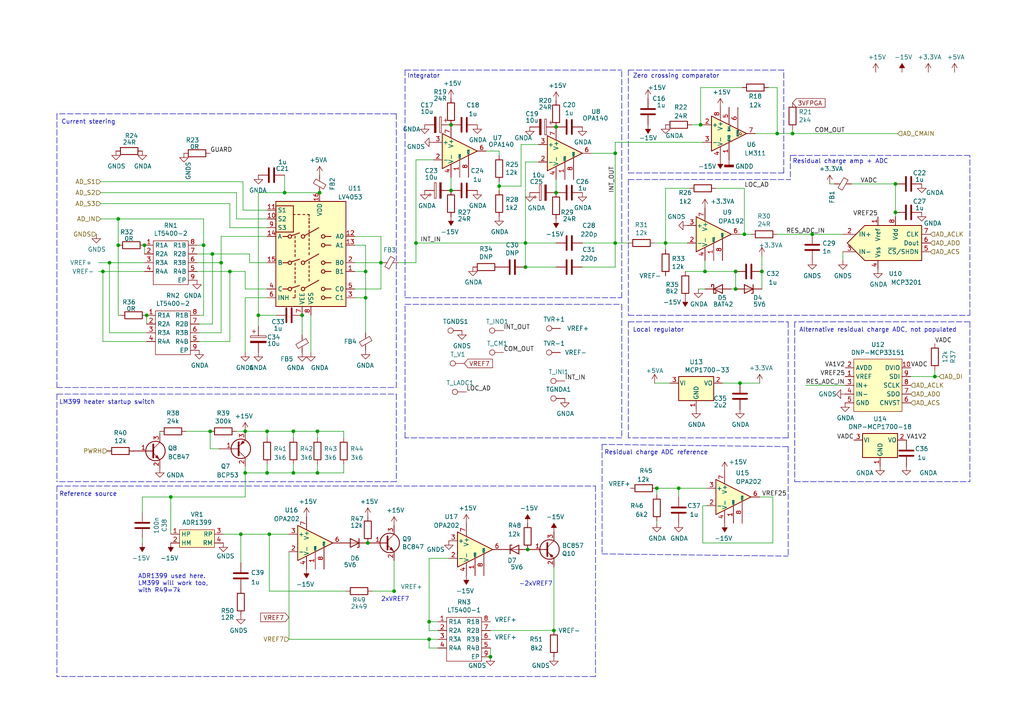
<source format=kicad_sch>
(kicad_sch (version 20211123) (generator eeschema)
  (paper "A4")
  (junction (at 259.715 53.34))
  (junction (at 225.425 38.735))
  (junction (at 59.055 71.12))
  (junction (at 77.47 137.16))
  (junction (at 214.63 111.125))
  (junction (at 85.09 137.16))
  (junction (at 31.75 76.2))
  (junction (at 259.715 61.595))
  (junction (at 29.845 78.74))
  (junction (at 61.595 73.66))
  (junction (at 190.5 141.605))
  (junction (at 235.585 67.945))
  (junction (at 203.2 36.195))
  (junction (at 92.075 137.16))
  (junction (at 71.12 125.095))
  (junction (at 92.075 125.095))
  (junction (at 49.53 144.145))
  (junction (at 124.46 180.34))
  (junction (at 220.98 78.74))
  (junction (at 161.29 55.88))
  (junction (at 178.435 44.45))
  (junction (at 71.12 137.16))
  (junction (at 85.09 125.095))
  (junction (at 160.655 182.88))
  (junction (at 66.675 78.74))
  (junction (at 64.135 76.2))
  (junction (at 92.71 55.88))
  (junction (at 78.105 154.94))
  (junction (at 153.035 159.385))
  (junction (at 74.93 91.44))
  (junction (at 271.145 109.22))
  (junction (at 69.85 154.94))
  (junction (at 124.46 185.42))
  (junction (at 114.3 171.45))
  (junction (at 161.29 36.83))
  (junction (at 110.49 76.2))
  (junction (at 142.24 190.5))
  (junction (at 215.9 67.945))
  (junction (at 82.55 55.88))
  (junction (at 77.47 125.095))
  (junction (at 193.04 70.485))
  (junction (at 144.78 53.975))
  (junction (at 34.29 71.12))
  (junction (at 41.91 71.12))
  (junction (at 152.4 70.485))
  (junction (at 152.4 77.47))
  (junction (at 229.87 38.735))
  (junction (at 106.68 157.48))
  (junction (at 106.045 86.36))
  (junction (at 87.63 91.44))
  (junction (at 106.045 78.74))
  (junction (at 213.36 78.74))
  (junction (at 34.29 63.5))
  (junction (at 42.545 91.44))
  (junction (at 196.85 141.605))
  (junction (at 213.36 83.82))
  (junction (at 130.81 55.245))
  (junction (at 178.435 70.485))
  (junction (at 60.96 125.095))
  (junction (at 120.65 70.485))
  (junction (at 130.81 36.195))
  (junction (at 204.47 78.74))
  (wire (pts (xy 87.63 97.155) (xy 87.63 91.44)))
  (wire (pts (xy 204.47 78.74) (xy 204.47 75.565)))
  (wire (pts (xy 90.17 102.235) (xy 90.17 91.44)))
  (wire (pts (xy 225.425 25.4) (xy 225.425 38.735)))
  (wire (pts (xy 77.47 137.16) (xy 77.47 134.62)))
  (wire (pts (xy 120.65 46.355) (xy 125.73 46.355)))
  (wire (pts (xy 198.755 78.74) (xy 204.47 78.74)))
  (wire (pts (xy 41.91 71.12) (xy 41.91 73.66)))
  (wire (pts (xy 107.95 171.45) (xy 114.3 171.45)))
  (wire (pts (xy 77.47 66.04) (xy 66.675 66.04)))
  (wire (pts (xy 92.075 137.16) (xy 92.075 134.62)))
  (wire (pts (xy 259.715 62.865) (xy 259.715 61.595)))
  (wire (pts (xy 34.29 91.44) (xy 34.925 91.44)))
  (polyline (pts (xy 16.51 33.02) (xy 16.51 112.395)))
  (wire (pts (xy 215.9 67.945) (xy 217.805 67.945)))
  (polyline (pts (xy 114.935 114.3) (xy 114.935 139.7)))
  (wire (pts (xy 160.655 164.465) (xy 160.655 182.88)))
  (wire (pts (xy 144.78 43.815) (xy 144.78 45.085)))
  (polyline (pts (xy 281.305 91.44) (xy 281.305 45.085)))
  (polyline (pts (xy 117.475 86.36) (xy 180.34 86.36)))
  (wire (pts (xy 64.135 96.52) (xy 64.135 76.2)))
  (wire (pts (xy 142.24 187.96) (xy 142.24 190.5)))
  (wire (pts (xy 200.025 54.61) (xy 193.04 54.61)))
  (wire (pts (xy 77.47 68.58) (xy 64.135 68.58)))
  (wire (pts (xy 49.53 154.94) (xy 49.53 144.145)))
  (wire (pts (xy 57.785 91.44) (xy 59.055 91.44)))
  (wire (pts (xy 224.155 157.48) (xy 224.155 144.145)))
  (wire (pts (xy 71.12 78.74) (xy 71.12 83.82)))
  (wire (pts (xy 214.63 111.125) (xy 220.345 111.125)))
  (wire (pts (xy 74.93 55.88) (xy 74.93 91.44)))
  (wire (pts (xy 247.015 53.34) (xy 259.715 53.34)))
  (wire (pts (xy 59.055 71.12) (xy 59.055 63.5)))
  (polyline (pts (xy 172.72 196.215) (xy 16.51 196.215)))
  (wire (pts (xy 259.715 53.34) (xy 259.715 61.595)))
  (wire (pts (xy 57.785 99.06) (xy 66.675 99.06)))
  (polyline (pts (xy 281.305 93.345) (xy 281.305 139.7)))
  (wire (pts (xy 189.865 70.485) (xy 193.04 70.485)))
  (wire (pts (xy 41.275 156.21) (xy 41.275 157.48)))
  (wire (pts (xy 140.97 43.815) (xy 144.78 43.815)))
  (wire (pts (xy 215.9 54.61) (xy 215.9 67.945)))
  (wire (pts (xy 114.3 171.45) (xy 114.3 162.56)))
  (wire (pts (xy 144.78 53.975) (xy 144.78 52.705)))
  (polyline (pts (xy 16.51 112.395) (xy 114.935 112.395)))
  (wire (pts (xy 106.045 86.36) (xy 106.045 78.74)))
  (wire (pts (xy 222.885 25.4) (xy 225.425 25.4)))
  (wire (pts (xy 225.425 67.945) (xy 235.585 67.945)))
  (wire (pts (xy 168.91 77.47) (xy 178.435 77.47)))
  (polyline (pts (xy 182.245 20.32) (xy 227.33 20.32)))
  (polyline (pts (xy 180.34 86.36) (xy 180.34 20.32)))
  (wire (pts (xy 78.105 154.94) (xy 83.82 154.94)))
  (wire (pts (xy 92.075 125.095) (xy 92.075 127)))
  (wire (pts (xy 92.075 137.16) (xy 99.695 137.16)))
  (wire (pts (xy 189.865 111.125) (xy 194.31 111.125)))
  (wire (pts (xy 78.105 171.45) (xy 100.33 171.45)))
  (wire (pts (xy 124.46 180.34) (xy 124.46 161.925)))
  (polyline (pts (xy 16.51 140.97) (xy 172.72 140.97)))
  (wire (pts (xy 152.4 70.485) (xy 120.65 70.485)))
  (wire (pts (xy 115.57 76.2) (xy 120.65 76.2)))
  (wire (pts (xy 41.275 148.59) (xy 41.275 144.145)))
  (wire (pts (xy 77.47 76.2) (xy 72.39 76.2)))
  (wire (pts (xy 85.09 137.16) (xy 85.09 134.62)))
  (wire (pts (xy 71.12 125.095) (xy 77.47 125.095)))
  (wire (pts (xy 224.155 144.145) (xy 220.345 144.145)))
  (wire (pts (xy 178.435 41.275) (xy 203.835 41.275)))
  (polyline (pts (xy 16.51 114.3) (xy 16.51 139.7)))
  (wire (pts (xy 196.85 144.145) (xy 196.85 141.605)))
  (wire (pts (xy 152.4 70.485) (xy 152.4 77.47)))
  (polyline (pts (xy 182.245 50.165) (xy 227.33 50.165)))
  (wire (pts (xy 77.47 60.96) (xy 70.485 60.96)))
  (wire (pts (xy 64.77 154.94) (xy 69.85 154.94)))
  (wire (pts (xy 69.85 154.94) (xy 69.85 163.195)))
  (wire (pts (xy 57.15 76.2) (xy 64.135 76.2)))
  (wire (pts (xy 57.15 73.66) (xy 61.595 73.66)))
  (polyline (pts (xy 172.72 140.97) (xy 172.72 196.215)))
  (polyline (pts (xy 281.305 45.085) (xy 229.235 45.085)))
  (polyline (pts (xy 114.935 112.395) (xy 114.935 33.02)))
  (wire (pts (xy 71.12 137.16) (xy 77.47 137.16)))
  (wire (pts (xy 161.29 77.47) (xy 152.4 77.47)))
  (wire (pts (xy 59.055 91.44) (xy 59.055 71.12)))
  (wire (pts (xy 29.845 99.06) (xy 29.845 78.74)))
  (wire (pts (xy 66.675 66.04) (xy 66.675 59.055)))
  (wire (pts (xy 124.46 180.34) (xy 124.46 182.88)))
  (wire (pts (xy 71.12 137.16) (xy 71.12 135.255)))
  (wire (pts (xy 61.595 93.98) (xy 61.595 73.66)))
  (wire (pts (xy 77.47 86.36) (xy 71.12 86.36)))
  (polyline (pts (xy 117.475 20.32) (xy 117.475 86.36)))
  (polyline (pts (xy 16.51 140.97) (xy 16.51 196.215)))
  (polyline (pts (xy 114.935 33.02) (xy 16.51 33.02)))
  (polyline (pts (xy 182.245 52.07) (xy 182.245 91.44)))
  (wire (pts (xy 178.435 70.485) (xy 178.435 44.45)))
  (wire (pts (xy 127 182.88) (xy 124.46 182.88)))
  (polyline (pts (xy 228.6 93.345) (xy 228.6 127)))
  (wire (pts (xy 77.47 125.095) (xy 85.09 125.095)))
  (wire (pts (xy 240.665 53.34) (xy 241.935 53.34)))
  (wire (pts (xy 83.82 160.02) (xy 83.82 185.42)))
  (wire (pts (xy 120.65 70.485) (xy 120.65 46.355)))
  (polyline (pts (xy 228.6 129.54) (xy 228.6 161.29)))
  (wire (pts (xy 57.15 78.74) (xy 66.675 78.74)))
  (wire (pts (xy 213.36 78.74) (xy 204.47 78.74)))
  (wire (pts (xy 53.975 125.095) (xy 60.96 125.095)))
  (wire (pts (xy 74.93 91.44) (xy 80.01 91.44)))
  (wire (pts (xy 110.49 68.58) (xy 110.49 76.2)))
  (wire (pts (xy 29.845 78.74) (xy 41.91 78.74)))
  (wire (pts (xy 203.2 36.195) (xy 203.835 36.195)))
  (wire (pts (xy 207.645 54.61) (xy 215.9 54.61)))
  (wire (pts (xy 220.98 83.82) (xy 220.98 78.74)))
  (polyline (pts (xy 117.475 127) (xy 117.475 88.265)))
  (wire (pts (xy 68.58 63.5) (xy 77.47 63.5)))
  (wire (pts (xy 203.835 146.685) (xy 203.835 157.48)))
  (wire (pts (xy 41.275 144.145) (xy 49.53 144.145)))
  (wire (pts (xy 213.36 83.82) (xy 213.36 78.74)))
  (wire (pts (xy 244.475 75.565) (xy 244.475 73.025)))
  (polyline (pts (xy 182.245 93.345) (xy 228.6 93.345)))
  (wire (pts (xy 120.65 76.2) (xy 120.65 70.485)))
  (wire (pts (xy 63.5 130.175) (xy 60.96 130.175)))
  (wire (pts (xy 127 187.96) (xy 124.46 187.96)))
  (wire (pts (xy 59.055 63.5) (xy 34.29 63.5)))
  (wire (pts (xy 203.2 36.195) (xy 203.2 25.4)))
  (wire (pts (xy 124.46 161.925) (xy 130.175 161.925)))
  (wire (pts (xy 102.87 86.36) (xy 106.045 86.36)))
  (polyline (pts (xy 174.625 160.655) (xy 228.6 161.29)))
  (polyline (pts (xy 182.245 93.345) (xy 182.245 127)))
  (wire (pts (xy 82.55 55.88) (xy 74.93 55.88)))
  (wire (pts (xy 46.355 125.095) (xy 46.355 125.73)))
  (wire (pts (xy 156.21 46.99) (xy 152.4 46.99)))
  (wire (pts (xy 34.29 71.12) (xy 34.29 63.5)))
  (wire (pts (xy 204.47 83.82) (xy 202.565 83.82)))
  (wire (pts (xy 229.87 38.735) (xy 260.35 38.735)))
  (wire (pts (xy 85.09 125.095) (xy 85.09 127)))
  (wire (pts (xy 102.87 76.2) (xy 110.49 76.2)))
  (wire (pts (xy 71.12 83.82) (xy 77.47 83.82)))
  (wire (pts (xy 264.16 109.22) (xy 271.145 109.22)))
  (wire (pts (xy 66.675 78.74) (xy 66.675 99.06)))
  (polyline (pts (xy 229.235 45.085) (xy 229.235 52.07)))
  (wire (pts (xy 99.695 125.095) (xy 99.695 127)))
  (polyline (pts (xy 228.6 129.54) (xy 174.625 128.905)))
  (wire (pts (xy 42.545 96.52) (xy 31.75 96.52)))
  (wire (pts (xy 124.46 185.42) (xy 124.46 187.96)))
  (wire (pts (xy 190.5 141.605) (xy 190.5 143.51)))
  (wire (pts (xy 219.075 38.735) (xy 225.425 38.735)))
  (wire (pts (xy 124.46 185.42) (xy 83.82 185.42)))
  (wire (pts (xy 193.04 70.485) (xy 199.39 70.485)))
  (wire (pts (xy 168.91 70.485) (xy 178.435 70.485)))
  (wire (pts (xy 205.105 141.605) (xy 196.85 141.605)))
  (wire (pts (xy 220.98 78.74) (xy 220.98 74.295)))
  (polyline (pts (xy 114.935 139.7) (xy 16.51 139.7)))
  (wire (pts (xy 142.24 182.88) (xy 160.655 182.88)))
  (wire (pts (xy 28.575 76.2) (xy 31.75 76.2)))
  (wire (pts (xy 144.78 55.245) (xy 144.78 53.975)))
  (wire (pts (xy 229.87 38.735) (xy 229.87 37.465)))
  (wire (pts (xy 78.105 171.45) (xy 78.105 154.94)))
  (wire (pts (xy 110.49 83.82) (xy 102.87 83.82)))
  (wire (pts (xy 193.04 72.39) (xy 193.04 70.485)))
  (wire (pts (xy 42.545 93.98) (xy 42.545 91.44)))
  (wire (pts (xy 64.135 68.58) (xy 64.135 76.2)))
  (wire (pts (xy 178.435 70.485) (xy 178.435 77.47)))
  (wire (pts (xy 245.11 111.76) (xy 233.68 111.76)))
  (wire (pts (xy 57.785 93.98) (xy 61.595 93.98)))
  (wire (pts (xy 152.4 46.99) (xy 152.4 70.485)))
  (wire (pts (xy 106.045 96.52) (xy 106.045 86.36)))
  (wire (pts (xy 68.58 125.095) (xy 71.12 125.095)))
  (wire (pts (xy 72.39 76.2) (xy 72.39 73.66)))
  (wire (pts (xy 235.585 67.945) (xy 244.475 67.945)))
  (polyline (pts (xy 228.6 127) (xy 182.245 127)))
  (polyline (pts (xy 180.34 88.265) (xy 180.34 127)))
  (wire (pts (xy 130.81 55.245) (xy 130.81 51.435)))
  (wire (pts (xy 102.87 68.58) (xy 110.49 68.58)))
  (polyline (pts (xy 117.475 20.32) (xy 180.34 20.32)))
  (wire (pts (xy 110.49 76.2) (xy 110.49 83.82)))
  (wire (pts (xy 102.87 78.74) (xy 106.045 78.74)))
  (wire (pts (xy 92.71 55.88) (xy 82.55 55.88)))
  (wire (pts (xy 127 185.42) (xy 124.46 185.42)))
  (wire (pts (xy 71.12 86.36) (xy 71.12 102.235)))
  (wire (pts (xy 34.29 63.5) (xy 29.21 63.5)))
  (wire (pts (xy 57.785 96.52) (xy 64.135 96.52)))
  (wire (pts (xy 29.21 59.055) (xy 66.675 59.055)))
  (wire (pts (xy 82.55 50.8) (xy 82.55 55.88)))
  (wire (pts (xy 151.13 41.91) (xy 151.13 53.975)))
  (wire (pts (xy 29.845 78.74) (xy 28.575 78.74)))
  (polyline (pts (xy 230.505 139.7) (xy 281.305 139.7)))
  (polyline (pts (xy 182.245 91.44) (xy 281.305 91.44)))
  (wire (pts (xy 31.75 76.2) (xy 41.91 76.2)))
  (wire (pts (xy 271.145 109.22) (xy 272.415 109.22)))
  (wire (pts (xy 77.47 125.095) (xy 77.47 127)))
  (wire (pts (xy 70.485 60.96) (xy 70.485 52.705)))
  (polyline (pts (xy 180.34 127) (xy 117.475 127)))
  (wire (pts (xy 196.85 141.605) (xy 190.5 141.605)))
  (wire (pts (xy 106.045 78.74) (xy 106.045 71.12)))
  (wire (pts (xy 190.5 151.13) (xy 190.5 151.765)))
  (wire (pts (xy 85.09 125.095) (xy 92.075 125.095)))
  (polyline (pts (xy 174.625 128.905) (xy 174.625 160.655)))
  (wire (pts (xy 31.75 96.52) (xy 31.75 76.2)))
  (polyline (pts (xy 117.475 88.265) (xy 163.195 88.265)))
  (polyline (pts (xy 227.33 50.165) (xy 227.33 20.32)))
  (wire (pts (xy 203.2 25.4) (xy 215.265 25.4)))
  (polyline (pts (xy 182.245 20.32) (xy 182.245 50.165)))
  (wire (pts (xy 203.835 157.48) (xy 224.155 157.48)))
  (wire (pts (xy 69.85 154.94) (xy 78.105 154.94)))
  (wire (pts (xy 178.435 44.45) (xy 171.45 44.45)))
  (wire (pts (xy 49.53 144.145) (xy 71.12 144.145)))
  (wire (pts (xy 99.695 137.16) (xy 99.695 134.62)))
  (wire (pts (xy 200.66 36.195) (xy 203.2 36.195)))
  (wire (pts (xy 29.21 52.705) (xy 70.485 52.705)))
  (wire (pts (xy 77.47 137.16) (xy 85.09 137.16)))
  (wire (pts (xy 72.39 73.66) (xy 61.595 73.66)))
  (wire (pts (xy 42.545 99.06) (xy 29.845 99.06)))
  (wire (pts (xy 127 180.34) (xy 124.46 180.34)))
  (wire (pts (xy 66.675 78.74) (xy 71.12 78.74)))
  (wire (pts (xy 151.13 53.975) (xy 144.78 53.975)))
  (wire (pts (xy 161.29 70.485) (xy 152.4 70.485)))
  (wire (pts (xy 178.435 70.485) (xy 182.245 70.485)))
  (wire (pts (xy 29.21 55.88) (xy 68.58 55.88)))
  (polyline (pts (xy 182.245 52.07) (xy 229.235 52.07)))
  (wire (pts (xy 156.21 41.91) (xy 151.13 41.91)))
  (wire (pts (xy 205.105 146.685) (xy 203.835 146.685)))
  (polyline (pts (xy 281.305 93.345) (xy 230.505 93.345)))
  (wire (pts (xy 178.435 41.275) (xy 178.435 44.45)))
  (wire (pts (xy 71.12 144.145) (xy 71.12 137.16)))
  (wire (pts (xy 161.29 55.88) (xy 161.29 52.07)))
  (wire (pts (xy 209.55 111.125) (xy 214.63 111.125)))
  (wire (pts (xy 74.93 94.615) (xy 74.93 91.44)))
  (polyline (pts (xy 16.51 114.3) (xy 114.935 114.3)))
  (wire (pts (xy 92.075 125.095) (xy 99.695 125.095)))
  (polyline (pts (xy 230.505 93.345) (xy 230.505 139.7)))
  (polyline (pts (xy 161.925 88.265) (xy 180.34 88.265)))
  (wire (pts (xy 271.145 107.315) (xy 271.145 109.22)))
  (wire (pts (xy 60.96 130.175) (xy 60.96 125.095)))
  (wire (pts (xy 57.15 71.12) (xy 59.055 71.12)))
  (wire (pts (xy 68.58 55.88) (xy 68.58 63.5)))
  (wire (pts (xy 34.29 71.12) (xy 34.29 91.44)))
  (wire (pts (xy 106.045 71.12) (xy 102.87 71.12)))
  (wire (pts (xy 215.9 67.945) (xy 214.63 67.945)))
  (wire (pts (xy 193.04 54.61) (xy 193.04 70.485)))
  (wire (pts (xy 225.425 38.735) (xy 229.87 38.735)))
  (wire (pts (xy 85.09 137.16) (xy 92.075 137.16)))
  (wire (pts (xy 212.09 83.82) (xy 213.36 83.82)))
  (text "ADR1399 used here.\nLM399 will work too,\nwith R49=7k" (at 40.005 172.085 0) (effects (font (size 1.27 1.27)) (justify left bottom)))
  (text "LM399 heater startup switch" (at 17.145 117.475 0) (effects (font (size 1.27 1.27)) (justify left bottom)))
  (text "Current steering" (at 17.78 36.195 0) (effects (font (size 1.27 1.27)) (justify left bottom)))
  (text "Residual charge ADC reference" (at 175.26 132.08 0) (effects (font (size 1.27 1.27)) (justify left bottom)))
  (text "-2xVREF7" (at 150.495 170.18 0) (effects (font (size 1.27 1.27)) (justify left bottom)))
  (text "Residual charge amp + ADC" (at 229.87 47.625 0) (effects (font (size 1.27 1.27)) (justify left bottom)))
  (text "Reference source" (at 17.145 144.145 0) (effects (font (size 1.27 1.27)) (justify left bottom)))
  (text "Local regulator" (at 183.515 96.52 0) (effects (font (size 1.27 1.27)) (justify left bottom)))
  (text "Alternative residual charge ADC, not populated" (at 231.775 96.52 0) (effects (font (size 1.27 1.27)) (justify left bottom)))
  (text "Integrator" (at 118.11 22.86 0) (effects (font (size 1.27 1.27)) (justify left bottom)))
  (text "Zero crossing comparator" (at 183.515 22.86 0) (effects (font (size 1.27 1.27)) (justify left bottom)))
  (text "2xVREF7" (at 110.49 174.625 0) (effects (font (size 1.27 1.27)) (justify left bottom)))
  (label "INT_IN" (at 121.92 70.485 0))
  (label "VREF25" (at 245.11 109.22 180))
  (label "INT_IN" (at 163.83 110.49 0))
  (label "VREF25" (at 254.635 62.865 180))
  (label "INT_OUT" (at 178.435 55.88 90))
  (label "VREF25" (at 220.98 144.145 0))
  (label "RES_ADC_IN" (at 227.965 67.945 0))
  (label "INT_OUT" (at 146.05 95.885 0))
  (label "COM_OUT" (at 146.05 102.235 0))
  (label "RES_ADC_IN" (at 233.68 111.76 0))
  (label "GUARD" (at 60.96 44.45 0))
  (label "VADC" (at 249.555 53.34 0))
  (label "VA1V2" (at 245.11 106.68 180))
  (label "VA1V2" (at 262.89 127.635 0))
  (label "VADC" (at 264.16 106.68 0))
  (label "VADC" (at 247.65 127.635 180))
  (label "LOC_AD" (at 135.255 113.665 0))
  (label "VADC" (at 271.145 99.695 0))
  (label "LOC_AD" (at 215.9 54.61 0))
  (label "COM_OUT" (at 236.22 38.735 0))
  (global_label "VREF7" (shape input) (at 134.62 105.41 0) (property "Intersheet References" "${INTERSHEET_REFS}" (effects hide)))
  (global_label "VREF7" (shape input) (at 83.82 179.07 180) (property "Intersheet References" "${INTERSHEET_REFS}" (effects hide)))
  (global_label "3VFPGA" (shape input) (at 229.87 29.845 0) (property "Intersheet References" "${INTERSHEET_REFS}" (effects hide)))
  (hierarchical_label "AD_DI" (shape input) (at 272.415 109.22 0))
  (hierarchical_label "AD_ACS" (shape input) (at 269.875 73.025 0))
  (hierarchical_label "AD_ACLK" (shape input) (at 264.16 111.76 0))
  (hierarchical_label "PWRH" (shape input) (at 31.115 130.81 180))
  (hierarchical_label "VREF7" (shape input) (at 83.82 185.42 180))
  (hierarchical_label "GNDS" (shape input) (at 27.94 67.945 180))
  (hierarchical_label "AD_S2" (shape input) (at 29.21 55.88 180))
  (hierarchical_label "AD_IN" (shape input) (at 29.21 63.5 180))
  (hierarchical_label "AD_ADO" (shape input) (at 269.875 70.485 0))
  (hierarchical_label "AD_ADO" (shape input) (at 264.16 114.3 0))
  (hierarchical_label "AD_S1" (shape input) (at 29.21 52.705 180))
  (hierarchical_label "AD_CMAIN" (shape input) (at 260.35 38.735 0))
  (hierarchical_label "AD_ACS" (shape input) (at 264.16 116.84 0))
  (hierarchical_label "AD_S3" (shape input) (at 29.21 59.055 180))
  (hierarchical_label "AD_ACLK" (shape input) (at 269.875 67.945 0))
  (symbol (lib_id "Analog_ADC:MCP3201") (at 257.175 70.485 0) (unit 1)
    (property "Reference" "U10" (at 259.715 79.375 0))
    (property "Value" "MCP3201" (at 262.89 81.915 0))
    (property "Footprint" "Package_SO:SOIC-8_3.9x4.9mm_P1.27mm" (effects hide))
    (property "Datasheet" "http://ww1.microchip.com/downloads/en/DeviceDoc/21290D.pdf" (effects hide))
    (property "PN" "MCP3201-CI/SN" (effects hide))
    (property "supplier" "MOUSER" (effects hide))
  )
  (symbol (lib_id "Amplifier_Operational:OPA134") (at 133.35 43.815 0) (unit 1)
    (property "Reference" "U7" (at 142.875 40.005 0) (effects (justify left)))
    (property "Value" "OPA140" (at 141.605 41.91 0) (effects (justify left)))
    (property "Footprint" "Package_SO:SOIC-8_3.9x4.9mm_P1.27mm" (effects hide))
    (property "Datasheet" "http://www.ti.com/lit/ds/symlink/opa134.pdf" (effects hide))
    (property "PN" "OPA140AIDR" (effects hide))
    (property "supplier" "MOUSER" (effects hide))
  )
  (symbol (lib_id "Analog_Switch:CD4053B") (at 90.17 73.66 0) (unit 1)
    (property "Reference" "U11" (at 102.87 54.61 0))
    (property "Value" "LV4053" (at 101.6 57.15 0))
    (property "Footprint" "Package_SO:SOIC-16_3.9x9.9mm_P1.27mm" (effects hide))
    (property "Datasheet" "http://www.ti.com/lit/ds/symlink/cd4052b.pdf" (effects hide))
    (property "PN" "SN74LV4053AD" (effects hide))
    (property "supplier" "MOUSER" (effects hide))
  )
  (symbol (lib_id "jlib_1:LM399") (at 57.15 156.21 0) (unit 1)
    (property "Reference" "VR1" (at 57.15 149.225 0))
    (property "Value" "ADR1399" (at 57.15 151.5364 0))
    (property "Footprint" "j_lib:LM399" (effects hide))
    (property "comment" "Alternative: LM399 " (effects hide))
    (property "PN" "ADR1399KHZ" (effects hide))
    (property "supplier" "MOUSER" (effects hide))
  )
  (symbol (lib_id "Comparator:LM311") (at 211.455 38.735 0) (unit 1)
    (property "Reference" "U6" (at 216.535 41.91 0) (effects (justify left)))
    (property "Value" "LM311" (at 215.9 44.45 0) (effects (justify left)))
    (property "Footprint" "Package_SO:SOIC-8_3.9x4.9mm_P1.27mm" (effects hide))
    (property "Datasheet" "https://www.st.com/resource/en/datasheet/lm311.pdf" (effects hide))
    (property "PN" "LM311DR" (effects hide))
    (property "supplier" "MOUSER" (effects hide))
  )
  (symbol (lib_id "power:+15V") (at 130.81 28.575 0) (unit 1)
    (property "Reference" "#PWR064" (effects hide))
    (property "Value" "+15V" (at 131.191 24.1808 0))
  )
  (symbol (lib_id "power:-15V") (at 130.81 62.865 180) (unit 1)
    (property "Reference" "#PWR089" (effects hide))
    (property "Value" "-15V" (at 130.429 67.2592 0))
  )
  (symbol (lib_id "Device:R") (at 130.81 32.385 0) (unit 1)
    (property "Reference" "R19" (at 125.73 26.67 0) (effects (justify left)))
    (property "Value" "24R" (at 125.73 28.575 0) (effects (justify left)))
    (property "Footprint" "Resistor_SMD:R_MiniMELF_MMA-0204" (effects hide))
    (property "PN" "SMDMM0204-24R" (effects hide))
    (property "supplier" "TME" (effects hide))
  )
  (symbol (lib_id "Device:R") (at 130.81 59.055 0) (unit 1)
    (property "Reference" "R27" (at 132.715 61.595 0) (effects (justify left)))
    (property "Value" "24R" (at 132.715 63.5 0) (effects (justify left)))
    (property "Footprint" "Resistor_SMD:R_MiniMELF_MMA-0204" (effects hide))
    (property "PN" "SMDMM0204-24R" (effects hide))
    (property "supplier" "TME" (effects hide))
  )
  (symbol (lib_id "Device:C") (at 134.62 36.195 270) (unit 1)
    (property "Reference" "C18" (at 137.16 30.48 90))
    (property "Value" "1u" (at 137.16 33.02 90))
    (property "Footprint" "Capacitor_SMD:C_0805_2012Metric_Pad1.18x1.45mm_HandSolder" (effects hide))
    (property "PN" "CL21B105KAFNNNG" (effects hide))
    (property "supplier" "TME" (effects hide))
  )
  (symbol (lib_id "Amplifier_Operational:OPA134") (at 163.83 44.45 0) (unit 1)
    (property "Reference" "U8" (at 171.45 32.385 0) (effects (justify left)))
    (property "Value" "OPA140" (at 168.91 34.29 0) (effects (justify left)))
    (property "Footprint" "Package_SO:SOIC-8_3.9x4.9mm_P1.27mm" (effects hide))
    (property "Datasheet" "http://www.ti.com/lit/ds/symlink/opa134.pdf" (effects hide))
    (property "PN" "OPA140AIDR" (effects hide))
    (property "supplier" "MOUSER" (effects hide))
  )
  (symbol (lib_id "power:+15V") (at 161.29 29.21 0) (unit 1)
    (property "Reference" "#PWR065" (effects hide))
    (property "Value" "+15V" (at 161.671 24.8158 0))
  )
  (symbol (lib_id "power:-15V") (at 161.29 63.5 180) (unit 1)
    (property "Reference" "#PWR091" (effects hide))
    (property "Value" "-15V" (at 160.909 67.8942 0))
  )
  (symbol (lib_id "Device:R") (at 161.29 33.02 0) (unit 1)
    (property "Reference" "R20" (at 156.21 29.21 0) (effects (justify left)))
    (property "Value" "24R" (at 156.21 31.115 0) (effects (justify left)))
    (property "Footprint" "Resistor_SMD:R_MiniMELF_MMA-0204" (effects hide))
    (property "PN" "SMDMM0204-24R" (effects hide))
    (property "supplier" "TME" (effects hide))
  )
  (symbol (lib_id "Device:R") (at 161.29 59.69 0) (unit 1)
    (property "Reference" "R29" (at 162.56 61.595 0) (effects (justify left)))
    (property "Value" "24R" (at 163.195 63.5 0) (effects (justify left)))
    (property "Footprint" "Resistor_SMD:R_MiniMELF_MMA-0204" (effects hide))
    (property "PN" "SMDMM0204-24R" (effects hide))
    (property "supplier" "TME" (effects hide))
  )
  (symbol (lib_id "jlib_1:LT5400") (at 49.53 73.66 0) (unit 1)
    (property "Reference" "RN1" (at 49.53 65.405 0))
    (property "Value" "LT5400-2" (at 49.53 67.7164 0))
    (property "Footprint" "Package_SO:MSOP-8-1EP_3x3mm_P0.65mm_EP1.68x1.88mm" (effects hide))
    (property "PN" "LT5400BIMS8E-1#PBF " (effects hide))
    (property "supplier" "MOUSER" (effects hide))
  )
  (symbol (lib_id "jlib_1:LT5400") (at 50.165 93.98 0) (unit 1)
    (property "Reference" "RN2" (at 50.165 85.725 0))
    (property "Value" "LT5400-2" (at 50.165 88.0364 0))
    (property "Footprint" "Package_SO:MSOP-8-1EP_3x3mm_P0.65mm_EP1.68x1.88mm" (effects hide))
    (property "PN" "LT5400BIMS8E-1#PBF " (effects hide))
    (property "supplier" "MOUSER" (effects hide))
  )
  (symbol (lib_id "power:GNDA") (at 87.63 102.235 0) (mirror y) (unit 1)
    (property "Reference" "#PWR0111" (effects hide))
    (property "Value" "GNDA" (at 85.725 106.68 0))
  )
  (symbol (lib_id "power:GNDA") (at 57.785 101.6 0) (unit 1)
    (property "Reference" "#PWR0107" (effects hide))
    (property "Value" "GNDA" (at 57.912 105.9942 0))
  )
  (symbol (lib_id "power:GNDA") (at 57.15 81.28 0) (unit 1)
    (property "Reference" "#PWR0102" (effects hide))
    (property "Value" "GNDA" (at 55.88 85.725 0))
  )
  (symbol (lib_id "Device:Ferrite_Bead_Small") (at 106.045 99.06 0) (mirror y) (unit 1)
    (property "Reference" "FB4" (at 103.505 99.06 0) (effects (justify left)))
    (property "Value" "Ferrite_Bead_Small" (effects hide))
    (property "Footprint" "Inductor_SMD:L_1206_3216Metric_Pad1.22x1.90mm_HandSolder" (effects hide))
    (property "PN" "BLM31A260SPT" (effects hide))
    (property "supplier" "TME" (effects hide))
  )
  (symbol (lib_id "power:GNDA") (at 106.045 101.6 0) (mirror y) (unit 1)
    (property "Reference" "#PWR0108" (effects hide))
    (property "Value" "GNDA" (at 105.918 105.9942 0))
  )
  (symbol (lib_id "power:GNDA") (at 90.17 102.235 0) (mirror y) (unit 1)
    (property "Reference" "#PWR0112" (effects hide))
    (property "Value" "GNDA" (at 92.71 106.68 0))
  )
  (symbol (lib_id "power:GNDA") (at 71.12 102.235 0) (mirror y) (unit 1)
    (property "Reference" "#PWR0109" (effects hide))
    (property "Value" "GNDA" (at 70.993 106.6292 0))
  )
  (symbol (lib_id "Device:R") (at 144.78 48.895 0) (unit 1)
    (property "Reference" "R25" (at 146.558 47.7266 0) (effects (justify left)))
    (property "Value" "12k" (at 146.558 50.038 0) (effects (justify left)))
    (property "Footprint" "Resistor_SMD:R_MiniMELF_MMA-0204" (effects hide))
    (property "PN" "MMA02040C1202" (effects hide))
    (property "supplier" "TME" (effects hide))
  )
  (symbol (lib_id "Device:R") (at 144.78 59.055 0) (unit 1)
    (property "Reference" "R28" (at 146.558 57.8866 0) (effects (justify left)))
    (property "Value" "1k2" (at 146.558 60.198 0) (effects (justify left)))
    (property "Footprint" "Resistor_SMD:R_MiniMELF_MMA-0204" (effects hide))
    (property "PN" "MMA02040C1201" (effects hide))
    (property "supplier" "TME" (effects hide))
  )
  (symbol (lib_id "power:GNDA") (at 144.78 62.865 0) (unit 1)
    (property "Reference" "#PWR090" (effects hide))
    (property "Value" "GNDA" (at 144.907 67.2592 0))
  )
  (symbol (lib_id "Device:R") (at 186.055 70.485 270) (unit 1)
    (property "Reference" "R31" (at 186.055 65.2272 90))
    (property "Value" "12k" (at 186.055 67.5386 90))
    (property "Footprint" "Resistor_SMD:R_MiniMELF_MMA-0204" (effects hide))
    (property "PN" "MMA02040C1202" (effects hide))
    (property "supplier" "TME" (effects hide))
  )
  (symbol (lib_id "Device:R") (at 193.04 76.2 180) (unit 1)
    (property "Reference" "R33" (at 194.818 75.0316 0) (effects (justify right)))
    (property "Value" "12k" (at 194.818 77.343 0) (effects (justify right)))
    (property "Footprint" "Resistor_SMD:R_MiniMELF_MMA-0204" (effects hide))
    (property "PN" "MMA02040C1202" (effects hide))
    (property "supplier" "TME" (effects hide))
  )
  (symbol (lib_id "Device:D_Zener") (at 102.87 157.48 180) (unit 1)
    (property "Reference" "D6" (at 101.6 161.925 0) (effects (justify right)))
    (property "Value" "5V6" (at 99.695 163.83 0) (effects (justify right)))
    (property "Footprint" "Diode_SMD:D_MiniMELF" (effects hide))
    (property "PN" "TZMB5V6-GS08" (effects hide))
    (property "supplier" "TME" (effects hide))
  )
  (symbol (lib_id "Device:D_Zener") (at 217.17 83.82 180) (unit 1)
    (property "Reference" "D4" (at 218.44 86.36 0) (effects (justify right)))
    (property "Value" "5V6" (at 218.44 88.265 0) (effects (justify right)))
    (property "Footprint" "Diode_SMD:D_MiniMELF" (effects hide))
    (property "PN" "TZMB5V6-GS08" (effects hide))
    (property "supplier" "TME" (effects hide))
  )
  (symbol (lib_id "power:+15V") (at 106.68 149.86 0) (unit 1)
    (property "Reference" "#PWR0128" (effects hide))
    (property "Value" "+15V" (at 107.061 145.4658 0))
  )
  (symbol (lib_id "Device:R") (at 106.68 153.67 0) (unit 1)
    (property "Reference" "R47" (at 101.6 150.495 0) (effects (justify left)))
    (property "Value" "12k" (at 101.6 152.4 0) (effects (justify left)))
    (property "Footprint" "Resistor_SMD:R_MiniMELF_MMA-0204" (effects hide))
    (property "PN" "MMA02040C1202" (effects hide))
    (property "supplier" "TME" (effects hide))
  )
  (symbol (lib_id "Device:R") (at 153.035 155.575 0) (unit 1)
    (property "Reference" "R48" (at 147.32 152.4 0) (effects (justify left)))
    (property "Value" "12k" (at 147.32 154.94 0) (effects (justify left)))
    (property "Footprint" "Resistor_SMD:R_MiniMELF_MMA-0204" (effects hide))
    (property "PN" "MMA02040C1202" (effects hide))
    (property "supplier" "TME" (effects hide))
  )
  (symbol (lib_id "power:-15V") (at 153.035 151.765 0) (unit 1)
    (property "Reference" "#PWR0130" (effects hide))
    (property "Value" "-15V" (at 153.416 147.3708 0))
  )
  (symbol (lib_id "Amplifier_Operational:OPA134") (at 207.01 67.945 0) (unit 1)
    (property "Reference" "U9" (at 209.55 61.595 0) (effects (justify left)))
    (property "Value" "OPA192" (at 208.28 64.135 0) (effects (justify left)))
    (property "Footprint" "Package_SO:SOIC-8_3.9x4.9mm_P1.27mm" (effects hide))
    (property "Datasheet" "http://www.ti.com/lit/ds/symlink/opa134.pdf" (effects hide))
    (property "PN" "OPA192ID" (effects hide))
    (property "supplier" "MOUSER" (effects hide))
  )
  (symbol (lib_id "Device:C") (at 165.1 36.83 270) (unit 1)
    (property "Reference" "C20" (at 165.1 30.4292 90))
    (property "Value" "1u" (at 165.1 32.7406 90))
    (property "Footprint" "Capacitor_SMD:C_0805_2012Metric_Pad1.18x1.45mm_HandSolder" (effects hide))
    (property "PN" "CL21B105KAFNNNG" (effects hide))
    (property "supplier" "TME" (effects hide))
  )
  (symbol (lib_id "Device:C") (at 165.1 70.485 270) (unit 1)
    (property "Reference" "C28" (at 170.815 65.405 90))
    (property "Value" "220p" (at 170.815 67.945 90))
    (property "Footprint" "Capacitor_SMD:C_0805_2012Metric_Pad1.18x1.45mm_HandSolder" (effects hide))
    (property "PN" "VJ0805A221JXACW1BC" (effects hide))
    (property "supplier" "TME" (effects hide))
  )
  (symbol (lib_id "Device:C") (at 165.1 77.47 270) (unit 1)
    (property "Reference" "C31" (at 170.815 72.39 90))
    (property "Value" "220p" (at 170.815 74.93 90))
    (property "Footprint" "Capacitor_SMD:C_0805_2012Metric_Pad1.18x1.45mm_HandSolder" (effects hide))
    (property "PN" "VJ0805A221JXACW1BC" (effects hide))
    (property "supplier" "TME" (effects hide))
  )
  (symbol (lib_id "Device:Ferrite_Bead_Small") (at 87.63 99.695 0) (mirror y) (unit 1)
    (property "Reference" "FB5" (at 85.09 104.14 0) (effects (justify left)))
    (property "Value" "Ferrite_Bead_Small" (effects hide))
    (property "Footprint" "Inductor_SMD:L_1206_3216Metric_Pad1.22x1.90mm_HandSolder" (effects hide))
    (property "PN" "BLM31A260SPT" (effects hide))
    (property "supplier" "TME" (effects hide))
  )
  (symbol (lib_id "Device:Ferrite_Bead_Small") (at 113.03 76.2 270) (unit 1)
    (property "Reference" "FB3" (at 113.03 72.517 90))
    (property "Value" "Ferrite_Bead_Small" (effects hide))
    (property "Footprint" "Inductor_SMD:L_1206_3216Metric_Pad1.22x1.90mm_HandSolder" (effects hide))
    (property "PN" "BLM31A260SPT" (effects hide))
    (property "supplier" "TME" (effects hide))
  )
  (symbol (lib_id "Device:C") (at 148.59 77.47 270) (unit 1)
    (property "Reference" "C30" (at 148.59 71.0692 90))
    (property "Value" "DNP" (at 148.59 73.3806 90))
    (property "Footprint" "Capacitor_SMD:C_0805_2012Metric_Pad1.18x1.45mm_HandSolder" (effects hide))
    (property "comment" "DNP" (effects hide))
  )
  (symbol (lib_id "Device:R") (at 140.97 77.47 270) (unit 1)
    (property "Reference" "R34" (at 140.97 72.2122 90))
    (property "Value" "DNP" (at 140.97 74.5236 90))
    (property "Footprint" "Resistor_SMD:R_MiniMELF_MMA-0204" (effects hide))
    (property "comment" "DNP" (effects hide))
  )
  (symbol (lib_id "power:GNDA") (at 137.16 77.47 0) (unit 1)
    (property "Reference" "#PWR097" (effects hide))
    (property "Value" "GNDA" (at 137.287 81.8642 0))
  )
  (symbol (lib_id "Device:R") (at 203.835 54.61 270) (unit 1)
    (property "Reference" "R26" (at 198.755 55.88 90))
    (property "Value" "1k2" (at 198.755 58.42 90))
    (property "Footprint" "Resistor_SMD:R_MiniMELF_MMA-0204" (effects hide))
    (property "PN" "MMA02040C1201" (effects hide))
    (property "supplier" "TME" (effects hide))
  )
  (symbol (lib_id "Device:R") (at 221.615 67.945 270) (unit 1)
    (property "Reference" "R30" (at 221.615 62.6872 90))
    (property "Value" "24R" (at 221.615 64.9986 90))
    (property "Footprint" "Resistor_SMD:R_MiniMELF_MMA-0204" (effects hide))
    (property "PN" "SMDMM0204-24R" (effects hide))
    (property "supplier" "TME" (effects hide))
  )
  (symbol (lib_id "Device:C") (at 235.585 71.755 180) (unit 1)
    (property "Reference" "C29" (at 238.506 70.5866 0) (effects (justify right)))
    (property "Value" "1n" (at 238.506 72.898 0) (effects (justify right)))
    (property "Footprint" "Capacitor_SMD:C_0805_2012Metric_Pad1.18x1.45mm_HandSolder" (effects hide))
    (property "PN" "VJ0805A102JXACW1BC" (effects hide))
    (property "supplier" "TME" (effects hide))
  )
  (symbol (lib_id "jlib_1:VREF+") (at 28.575 76.2 0) (unit 1)
    (property "Reference" "#PWR96" (effects hide))
    (property "Value" "VREF+" (at 23.495 76.2 0))
  )
  (symbol (lib_id "jlib_1:VREF-") (at 28.575 78.74 0) (unit 1)
    (property "Reference" "#PWR100" (effects hide))
    (property "Value" "VREF-" (at 24.13 78.74 0))
  )
  (symbol (lib_id "jlib_1:VREF-") (at 193.04 80.01 0) (unit 1)
    (property "Reference" "#PWR101" (effects hide))
    (property "Value" "VREF-" (at 188.595 80.01 0))
  )
  (symbol (lib_id "Amplifier_Operational:OPA134") (at 91.44 157.48 0) (unit 1)
    (property "Reference" "U16" (at 82.55 147.955 0) (effects (justify left)))
    (property "Value" "OPA202" (at 79.375 150.495 0) (effects (justify left)))
    (property "Footprint" "Package_SO:SOIC-8_3.9x4.9mm_P1.27mm" (effects hide))
    (property "Datasheet" "http://www.ti.com/lit/ds/symlink/opa134.pdf" (effects hide))
    (property "PN" "OPA202IDR" (effects hide))
    (property "supplier" "MOUSER" (effects hide))
  )
  (symbol (lib_id "Device:R") (at 219.075 25.4 270) (unit 1)
    (property "Reference" "R18" (at 219.075 27.94 90))
    (property "Value" "12k" (at 219.075 30.48 90))
    (property "Footprint" "Resistor_SMD:R_MiniMELF_MMA-0204" (effects hide))
    (property "PN" "MMA02040C1202" (effects hide))
    (property "supplier" "TME" (effects hide))
  )
  (symbol (lib_id "Device:R") (at 104.14 171.45 90) (unit 1)
    (property "Reference" "R49" (at 104.14 173.99 90))
    (property "Value" "2k49" (at 104.14 175.895 90))
    (property "Footprint" "Resistor_THT:R_Axial_DIN0207_L6.3mm_D2.5mm_P15.24mm_Horizontal" (effects hide))
    (property "comment" "7k for LM399" (effects hide))
    (property "PN" "YR1B2K49CC" (effects hide))
    (property "supplier" "MOUSER" (effects hide))
  )
  (symbol (lib_id "Transistor_BJT:BC847") (at 111.76 157.48 0) (unit 1)
    (property "Reference" "Q9" (at 116.6114 156.3116 0) (effects (justify left)))
    (property "Value" "BC847" (at 116.6114 158.623 0) (effects (justify left)))
    (property "Footprint" "Package_TO_SOT_SMD:SOT-23" (effects hide))
    (property "Datasheet" "http://www.infineon.com/dgdl/Infineon-BC847SERIES_BC848SERIES_BC849SERIES_BC850SERIES-DS-v01_01-en.pdf?fileId=db3a304314dca389011541d4630a1657" (effects hide))
    (property "PN" "BC847.215" (effects hide))
    (property "supplier" "TME" (effects hide))
  )
  (symbol (lib_id "Transistor_BJT:BC857") (at 158.115 159.385 0) (unit 1)
    (property "Reference" "Q10" (at 162.9664 160.5534 0) (effects (justify left)))
    (property "Value" "BC857" (at 162.9664 158.242 0) (effects (justify left)))
    (property "Footprint" "Package_TO_SOT_SMD:SOT-23" (effects hide))
    (property "Datasheet" "https://www.onsemi.com/pub/Collateral/BC860-D.pdf" (effects hide))
    (property "PN" "BC857.215" (effects hide))
    (property "supplier" "TME" (effects hide))
  )
  (symbol (lib_id "power:+15V") (at 88.9 149.86 0) (unit 1)
    (property "Reference" "#PWR0127" (effects hide))
    (property "Value" "+15V" (at 89.281 145.4658 0))
  )
  (symbol (lib_id "power:-15V") (at 88.9 165.1 180) (unit 1)
    (property "Reference" "#PWR0141" (effects hide))
    (property "Value" "-15V" (at 88.519 169.4942 0))
  )
  (symbol (lib_id "power:+15V") (at 114.3 152.4 0) (unit 1)
    (property "Reference" "#PWR0134" (effects hide))
    (property "Value" "+15V" (at 114.681 148.0058 0))
  )
  (symbol (lib_id "Amplifier_Operational:OPA134") (at 137.795 159.385 0) (unit 1)
    (property "Reference" "U17" (at 128.905 149.86 0) (effects (justify left)))
    (property "Value" "OPA202" (at 125.73 152.4 0) (effects (justify left)))
    (property "Footprint" "Package_SO:SOIC-8_3.9x4.9mm_P1.27mm" (effects hide))
    (property "Datasheet" "http://www.ti.com/lit/ds/symlink/opa134.pdf" (effects hide))
    (property "PN" "OPA202IDR" (effects hide))
    (property "supplier" "MOUSER" (effects hide))
  )
  (symbol (lib_id "power:-15V") (at 135.255 167.005 180) (unit 1)
    (property "Reference" "#PWR0142" (effects hide))
    (property "Value" "-15V" (at 134.874 171.3992 0))
  )
  (symbol (lib_id "power:-15V") (at 160.655 154.305 0) (unit 1)
    (property "Reference" "#PWR0136" (effects hide))
    (property "Value" "-15V" (at 161.036 149.9108 0))
  )
  (symbol (lib_id "jlib_1:VREF+") (at 114.3 171.45 180) (unit 1)
    (property "Reference" "#PWR143" (effects hide))
    (property "Value" "VREF+" (at 119.38 170.18 0))
  )
  (symbol (lib_id "power:+15V") (at 135.255 151.765 0) (unit 1)
    (property "Reference" "#PWR0129" (effects hide))
    (property "Value" "+15V" (at 135.636 147.3708 0))
  )
  (symbol (lib_id "Connector:TestPoint") (at 163.83 115.57 90) (unit 1)
    (property "Reference" "TGNDA1" (at 162.0012 112.9538 90))
    (property "Value" "TestPoint" (effects hide))
    (property "Footprint" "TestPoint:TestPoint_Loop_D2.54mm_Drill1.5mm_Beaded" (effects hide))
    (property "PN" "optional" (effects hide))
    (property "supplier" "aliexpress" (effects hide))
  )
  (symbol (lib_id "power:GNDA") (at 163.83 115.57 0) (unit 1)
    (property "Reference" "#PWR0117" (effects hide))
    (property "Value" "GNDA" (at 163.957 119.9642 0))
  )
  (symbol (lib_id "jlib_1:VREF-") (at 160.655 182.88 180) (unit 1)
    (property "Reference" "#PWR146" (effects hide))
    (property "Value" "VREF-" (at 165.1 182.88 0))
  )
  (symbol (lib_id "power:+15V") (at 71.12 125.095 0) (mirror y) (unit 1)
    (property "Reference" "#PWR0121" (effects hide))
    (property "Value" "+15V" (at 70.739 120.7008 0))
  )
  (symbol (lib_id "power:-15V") (at 49.53 157.48 180) (unit 1)
    (property "Reference" "#PWR0138" (effects hide))
    (property "Value" "-15V" (at 49.149 161.8742 0))
  )
  (symbol (lib_id "jlib_1:LT5400") (at 134.62 182.88 0) (unit 1)
    (property "Reference" "RN3" (at 134.62 174.625 0))
    (property "Value" "LT5400-1" (at 134.62 176.9364 0))
    (property "Footprint" "Package_SO:MSOP-8-1EP_3x3mm_P0.65mm_EP1.68x1.88mm" (effects hide))
    (property "PN" "LT5400BIMS8E-2#PBF " (effects hide))
    (property "supplier" "MOUSER" (effects hide))
  )
  (symbol (lib_id "Device:D_Zener") (at 149.225 159.385 0) (unit 1)
    (property "Reference" "D7" (at 149.86 162.56 0) (effects (justify right)))
    (property "Value" "5V6" (at 151.765 164.465 0) (effects (justify right)))
    (property "Footprint" "Diode_SMD:D_MiniMELF" (effects hide))
    (property "PN" "TZMB5V6-GS08" (effects hide))
    (property "supplier" "TME" (effects hide))
  )
  (symbol (lib_id "Device:R") (at 198.755 82.55 180) (unit 1)
    (property "Reference" "R35" (at 193.04 82.55 0) (effects (justify right)))
    (property "Value" "8k2" (at 193.04 84.455 0) (effects (justify right)))
    (property "Footprint" "Resistor_SMD:R_MiniMELF_MMA-0204" (effects hide))
    (property "PN" "MMA02040C8201" (effects hide))
    (property "supplier" "TME" (effects hide))
  )
  (symbol (lib_id "power:-15V") (at 198.755 86.36 180) (unit 1)
    (property "Reference" "#PWR0103" (effects hide))
    (property "Value" "-15V" (at 194.945 87.63 0))
  )
  (symbol (lib_id "power:GNDA") (at 254.635 78.105 0) (unit 1)
    (property "Reference" "#PWR098" (effects hide))
    (property "Value" "GNDA" (at 254.762 82.4992 0))
  )
  (symbol (lib_id "Connector:TestPoint") (at 133.985 95.885 90) (unit 1)
    (property "Reference" "TGNDS1" (at 132.1562 93.2688 90))
    (property "Value" "TestPoint" (effects hide))
    (property "Footprint" "TestPoint:TestPoint_Loop_D2.54mm_Drill1.5mm_Beaded" (effects hide))
    (property "PN" "optional" (effects hide))
    (property "supplier" "aliexpress" (effects hide))
  )
  (symbol (lib_id "power:+5VA") (at 276.86 20.955 0) (unit 1)
    (property "Reference" "#PWR062" (effects hide))
    (property "Value" "+5VA" (at 277.241 16.5608 0))
  )
  (symbol (lib_id "power:+3.3VA") (at 269.24 20.955 0) (unit 1)
    (property "Reference" "#PWR061" (effects hide))
    (property "Value" "+3.3VA" (at 269.621 16.5608 0))
  )
  (symbol (lib_id "power:-15V") (at 261.62 20.955 0) (unit 1)
    (property "Reference" "#PWR060" (effects hide))
    (property "Value" "-15V" (at 262.001 16.5608 0))
  )
  (symbol (lib_id "power:+3.3VA") (at 204.47 60.325 0) (unit 1)
    (property "Reference" "#PWR087" (effects hide))
    (property "Value" "+3.3VA" (at 209.55 58.42 0))
  )
  (symbol (lib_id "power:+15V") (at 254 20.955 0) (unit 1)
    (property "Reference" "#PWR059" (effects hide))
    (property "Value" "+15V" (at 254.381 16.5608 0))
  )
  (symbol (lib_id "power:+3.3VA") (at 240.665 53.34 0) (unit 1)
    (property "Reference" "#PWR081" (effects hide))
    (property "Value" "+3.3VA" (at 241.046 48.9458 0))
  )
  (symbol (lib_id "Device:Ferrite_Bead_Small") (at 244.475 53.34 270) (unit 1)
    (property "Reference" "FB1" (at 241.3 59.055 0) (effects (justify right)))
    (property "Value" "Ferrite_Bead_Small" (effects hide))
    (property "Footprint" "Inductor_SMD:L_1206_3216Metric_Pad1.22x1.90mm_HandSolder" (effects hide))
    (property "PN" "BLM31A260SPT" (effects hide))
    (property "supplier" "TME" (effects hide))
  )
  (symbol (lib_id "Device:C") (at 263.525 61.595 90) (unit 1)
    (property "Reference" "C27" (at 266.7 58.42 90))
    (property "Value" "1u" (at 266.7 60.325 90))
    (property "Footprint" "Capacitor_SMD:C_0805_2012Metric_Pad1.18x1.45mm_HandSolder" (effects hide))
    (property "PN" "CL21B105KAFNNNG" (effects hide))
    (property "supplier" "TME" (effects hide))
  )
  (symbol (lib_id "Device:C") (at 41.275 152.4 180) (unit 1)
    (property "Reference" "C38" (at 47.6758 152.4 90))
    (property "Value" "100n" (at 45.3644 152.4 90))
    (property "Footprint" "Capacitor_SMD:C_0805_2012Metric_Pad1.18x1.45mm_HandSolder" (effects hide))
    (property "PN" "CL21B104KBCNNNC" (effects hide))
    (property "supplier" "TME" (effects hide))
  )
  (symbol (lib_id "power:GNDA") (at 267.335 61.595 0) (unit 1)
    (property "Reference" "#PWR088" (effects hide))
    (property "Value" "GNDA" (at 270.51 64.77 0))
  )
  (symbol (lib_id "power:-15V") (at 41.275 157.48 180) (unit 1)
    (property "Reference" "#PWR0140" (effects hide))
    (property "Value" "-15V" (at 40.894 161.8742 0))
  )
  (symbol (lib_id "power:-15V") (at 208.915 46.355 180) (unit 1)
    (property "Reference" "#PWR077" (effects hide))
    (property "Value" "-15V" (at 205.105 48.26 0))
  )
  (symbol (lib_id "power:+15V") (at 208.915 31.115 0) (unit 1)
    (property "Reference" "#PWR066" (effects hide))
    (property "Value" "+15V" (at 209.296 26.7208 0))
  )
  (symbol (lib_id "Connector:TestPoint") (at 162.56 95.25 90) (unit 1)
    (property "Reference" "TVR+1" (at 160.7312 92.6338 90))
    (property "Value" "TestPoint" (effects hide))
    (property "Footprint" "TestPoint:TestPoint_Loop_D2.54mm_Drill1.5mm_Beaded" (effects hide))
    (property "PN" "optional" (effects hide))
    (property "supplier" "aliexpress" (effects hide))
  )
  (symbol (lib_id "Device:R") (at 229.87 33.655 0) (unit 1)
    (property "Reference" "R21" (at 231.648 32.4866 0) (effects (justify left)))
    (property "Value" "2k4" (at 231.648 34.798 0) (effects (justify left)))
    (property "Footprint" "Resistor_SMD:R_MiniMELF_MMA-0204" (effects hide))
    (property "PN" "MMA02040C2401" (effects hide))
    (property "supplier" "TME" (effects hide))
  )
  (symbol (lib_id "Device:R") (at 196.85 36.195 270) (unit 1)
    (property "Reference" "R22" (at 197.485 31.115 90))
    (property "Value" "24R" (at 197.485 33.655 90))
    (property "Footprint" "Resistor_SMD:R_MiniMELF_MMA-0204" (effects hide))
    (property "PN" "SMDMM0204-24R" (effects hide))
    (property "supplier" "TME" (effects hide))
  )
  (symbol (lib_id "Connector:TestPoint") (at 162.56 102.235 90) (unit 1)
    (property "Reference" "TVR-1" (at 160.7312 99.6188 90))
    (property "Value" "TestPoint" (effects hide))
    (property "Footprint" "TestPoint:TestPoint_Loop_D2.54mm_Drill1.5mm_Beaded" (effects hide))
    (property "PN" "optional" (effects hide))
    (property "supplier" "aliexpress" (effects hide))
  )
  (symbol (lib_id "Connector:TestPoint") (at 134.62 105.41 90) (unit 1)
    (property "Reference" "T_V1" (at 132.7912 102.7938 90))
    (property "Value" "TestPoint" (effects hide))
    (property "Footprint" "TestPoint:TestPoint_Loop_D2.54mm_Drill1.5mm_Beaded" (effects hide))
    (property "PN" "optional" (effects hide))
    (property "supplier" "aliexpress" (effects hide))
  )
  (symbol (lib_id "jlib_1:VREF+") (at 162.56 95.25 180) (unit 1)
    (property "Reference" "#PWR105" (effects hide))
    (property "Value" "VREF+" (at 167.64 95.25 0))
  )
  (symbol (lib_id "jlib_1:VREF-") (at 162.56 102.235 180) (unit 1)
    (property "Reference" "#PWR106" (effects hide))
    (property "Value" "VREF-" (at 167.005 102.235 0))
  )
  (symbol (lib_id "Device:C") (at 217.17 78.74 90) (unit 1)
    (property "Reference" "C32" (at 224.155 79.375 90))
    (property "Value" "1u" (at 224.155 81.915 90))
    (property "Footprint" "Capacitor_SMD:C_0805_2012Metric_Pad1.18x1.45mm_HandSolder" (effects hide))
    (property "PN" "CL21B105KAFNNNG" (effects hide))
    (property "supplier" "TME" (effects hide))
  )
  (symbol (lib_id "power:+3.3VA") (at 220.98 74.295 0) (unit 1)
    (property "Reference" "#PWR099" (effects hide))
    (property "Value" "+3.3VA" (at 223.52 71.12 0))
  )
  (symbol (lib_id "Connector:TestPoint") (at 135.255 113.665 90) (unit 1)
    (property "Reference" "T_LADC1" (at 133.4262 111.0488 90))
    (property "Value" "TestPoint" (effects hide))
    (property "Footprint" "TestPoint:TestPoint_Loop_D2.54mm_Drill1.5mm_Beaded" (effects hide))
    (property "PN" "optional" (effects hide))
    (property "supplier" "aliexpress" (effects hide))
  )
  (symbol (lib_id "Connector:TestPoint") (at 146.05 95.885 90) (unit 1)
    (property "Reference" "T_INO1" (at 144.2212 93.2688 90))
    (property "Value" "TestPoint" (effects hide))
    (property "Footprint" "TestPoint:TestPoint_Loop_D2.54mm_Drill1.5mm_Beaded" (effects hide))
    (property "PN" "optional" (effects hide))
    (property "supplier" "aliexpress" (effects hide))
  )
  (symbol (lib_id "Connector:TestPoint") (at 146.05 102.235 90) (unit 1)
    (property "Reference" "T_CM1" (at 144.2212 99.6188 90))
    (property "Value" "TestPoint" (effects hide))
    (property "Footprint" "TestPoint:TestPoint_Loop_D2.54mm_Drill1.5mm_Beaded" (effects hide))
    (property "PN" "optional" (effects hide))
    (property "supplier" "aliexpress" (effects hide))
  )
  (symbol (lib_id "Connector:TestPoint") (at 163.83 110.49 90) (unit 1)
    (property "Reference" "T_INI1" (at 162.0012 107.8738 90))
    (property "Value" "TestPoint" (effects hide))
    (property "Footprint" "TestPoint:TestPoint_Loop_D2.54mm_Drill1.5mm_Beaded" (effects hide))
    (property "PN" "optional" (effects hide))
    (property "supplier" "aliexpress" (effects hide))
  )
  (symbol (lib_id "Device:C") (at 187.96 32.385 180) (unit 1)
    (property "Reference" "C16" (at 191.135 28.575 0))
    (property "Value" "1u" (at 191.77 30.48 0))
    (property "Footprint" "Capacitor_SMD:C_0805_2012Metric_Pad1.18x1.45mm_HandSolder" (effects hide))
    (property "PN" "CL21B105KAFNNNG" (effects hide))
    (property "supplier" "TME" (effects hide))
  )
  (symbol (lib_id "power:+15V") (at 187.96 28.575 0) (unit 1)
    (property "Reference" "#PWR063" (effects hide))
    (property "Value" "+15V" (at 190.5 25.4 0))
  )
  (symbol (lib_id "power:-15V") (at 187.96 36.195 180) (unit 1)
    (property "Reference" "#PWR067" (effects hide))
    (property "Value" "-15V" (at 187.96 40.005 0))
  )
  (symbol (lib_id "power:+5VA") (at 92.71 50.8 0) (mirror y) (unit 1)
    (property "Reference" "#PWR080" (effects hide))
    (property "Value" "+5VA" (at 92.329 46.4058 0))
  )
  (symbol (lib_id "Device:C") (at 83.82 91.44 90) (mirror x) (unit 1)
    (property "Reference" "C33" (at 80.645 93.345 90))
    (property "Value" "1u" (at 80.645 95.25 90))
    (property "Footprint" "Capacitor_SMD:C_0805_2012Metric_Pad1.18x1.45mm_HandSolder" (effects hide))
    (property "PN" "CL21B105KAFNNNG" (effects hide))
    (property "supplier" "TME" (effects hide))
  )
  (symbol (lib_id "Device:R") (at 38.735 91.44 90) (unit 1)
    (property "Reference" "R36" (at 39.37 87.63 90) (effects (justify left)))
    (property "Value" "0R" (at 39.37 89.535 90) (effects (justify left)))
    (property "Footprint" "Resistor_SMD:R_MiniMELF_MMA-0204" (effects hide))
    (property "PN" "SMDMM0204-0R" (effects hide))
    (property "supplier" "TME" (effects hide))
  )
  (symbol (lib_id "Device:R") (at 38.1 71.12 90) (unit 1)
    (property "Reference" "R32" (at 38.735 67.31 90) (effects (justify left)))
    (property "Value" "0R" (at 38.735 69.215 90) (effects (justify left)))
    (property "Footprint" "Resistor_SMD:R_MiniMELF_MMA-0204" (effects hide))
    (property "PN" "SMDMM0204-0R" (effects hide))
    (property "supplier" "TME" (effects hide))
  )
  (symbol (lib_id "power:GNDS") (at 245.11 114.3 270) (unit 1)
    (property "Reference" "#PWR0113" (effects hide))
    (property "Value" "GNDS" (at 240.03 114.3 90))
  )
  (symbol (lib_id "power:GNDS") (at 244.475 75.565 0) (unit 1)
    (property "Reference" "#PWR095" (effects hide))
    (property "Value" "GNDS" (at 244.475 80.01 0))
  )
  (symbol (lib_id "power:GNDS") (at 142.24 190.5 0) (unit 1)
    (property "Reference" "#PWR0148" (effects hide))
    (property "Value" "GNDS" (at 138.43 193.04 0))
  )
  (symbol (lib_id "Device:R") (at 160.655 186.69 180) (unit 1)
    (property "Reference" "R51" (at 157.48 185.42 0) (effects (justify left)))
    (property "Value" "8k2" (at 157.48 187.96 0) (effects (justify left)))
    (property "Footprint" "Resistor_SMD:R_MiniMELF_MMA-0204" (effects hide))
    (property "PN" "MMA02040C8201" (effects hide))
    (property "supplier" "TME" (effects hide))
  )
  (symbol (lib_id "power:GNDS") (at 160.655 190.5 0) (unit 1)
    (property "Reference" "#PWR0149" (effects hide))
    (property "Value" "GNDS" (at 156.845 193.04 0))
  )
  (symbol (lib_id "power:GNDS") (at 64.77 157.48 0) (unit 1)
    (property "Reference" "#PWR0139" (effects hide))
    (property "Value" "GNDS" (at 65.405 161.29 0))
  )
  (symbol (lib_id "power:GNDS") (at 133.985 95.885 0) (unit 1)
    (property "Reference" "#PWR0118" (effects hide))
    (property "Value" "GNDS" (at 133.985 100.33 0))
  )
  (symbol (lib_id "Device:C") (at 134.62 55.245 270) (unit 1)
    (property "Reference" "C24" (at 138.43 49.53 90))
    (property "Value" "1u" (at 138.43 52.07 90))
    (property "Footprint" "Capacitor_SMD:C_0805_2012Metric_Pad1.18x1.45mm_HandSolder" (effects hide))
    (property "PN" "CL21B105KAFNNNG" (effects hide))
    (property "supplier" "TME" (effects hide))
  )
  (symbol (lib_id "power:GNDA") (at 138.43 55.245 0) (unit 1)
    (property "Reference" "#PWR084" (effects hide))
    (property "Value" "GNDA" (at 138.557 59.6392 0))
  )
  (symbol (lib_id "power:GNDA") (at 138.43 36.195 0) (unit 1)
    (property "Reference" "#PWR069" (effects hide))
    (property "Value" "GNDA" (at 138.557 40.5892 0))
  )
  (symbol (lib_id "Device:C") (at 165.1 55.88 270) (unit 1)
    (property "Reference" "C26" (at 168.91 52.705 90))
    (property "Value" "1u" (at 168.91 54.61 90))
    (property "Footprint" "Capacitor_SMD:C_0805_2012Metric_Pad1.18x1.45mm_HandSolder" (effects hide))
    (property "PN" "CL21B105KAFNNNG" (effects hide))
    (property "supplier" "TME" (effects hide))
  )
  (symbol (lib_id "power:GNDA") (at 168.91 55.88 0) (unit 1)
    (property "Reference" "#PWR086" (effects hide))
    (property "Value" "GNDA" (at 169.037 60.2742 0))
  )
  (symbol (lib_id "power:GNDA") (at 168.91 36.83 0) (unit 1)
    (property "Reference" "#PWR072" (effects hide))
    (property "Value" "GNDA" (at 169.037 41.2242 0))
  )
  (symbol (lib_id "Device:CP") (at 127 36.195 270) (unit 1)
    (property "Reference" "C17" (at 123.825 30.48 90))
    (property "Value" "10u" (at 123.825 32.385 90))
    (property "Footprint" "Capacitor_Tantalum_SMD:CP_EIA-3528-21_Kemet-B" (effects hide))
    (property "PN" "T491B106K025AT" (effects hide))
    (property "supplier" "TME" (effects hide))
  )
  (symbol (lib_id "power:GNDA") (at 123.19 36.195 0) (unit 1)
    (property "Reference" "#PWR068" (effects hide))
    (property "Value" "GNDA" (at 119.38 37.465 0))
  )
  (symbol (lib_id "Device:CP") (at 127 55.245 90) (unit 1)
    (property "Reference" "C23" (at 125.095 49.53 90))
    (property "Value" "10u" (at 125.095 51.435 90))
    (property "Footprint" "Capacitor_Tantalum_SMD:CP_EIA-3528-21_Kemet-B" (effects hide))
    (property "PN" "T491B106K025AT" (effects hide))
    (property "supplier" "TME" (effects hide))
  )
  (symbol (lib_id "power:GNDA") (at 123.19 55.245 0) (unit 1)
    (property "Reference" "#PWR083" (effects hide))
    (property "Value" "GNDA" (at 123.825 59.69 0))
  )
  (symbol (lib_id "Device:CP") (at 157.48 55.88 90) (unit 1)
    (property "Reference" "C25" (at 155.575 52.705 90))
    (property "Value" "10u" (at 156.21 50.8 90))
    (property "Footprint" "Capacitor_Tantalum_SMD:CP_EIA-3528-21_Kemet-B" (effects hide))
    (property "PN" "T491B106K025AT" (effects hide))
    (property "supplier" "TME" (effects hide))
  )
  (symbol (lib_id "power:GNDA") (at 153.67 55.88 0) (unit 1)
    (property "Reference" "#PWR085" (effects hide))
    (property "Value" "GNDA" (at 155.575 60.325 0))
  )
  (symbol (lib_id "Device:CP") (at 157.48 36.83 270) (unit 1)
    (property "Reference" "C19" (at 154.305 33.02 90))
    (property "Value" "10u" (at 154.305 34.925 90))
    (property "Footprint" "Capacitor_Tantalum_SMD:CP_EIA-3528-21_Kemet-B" (effects hide))
    (property "PN" "T491B106K025AT" (effects hide))
    (property "supplier" "TME" (effects hide))
  )
  (symbol (lib_id "power:GNDA") (at 153.67 36.83 0) (unit 1)
    (property "Reference" "#PWR071" (effects hide))
    (property "Value" "GNDA" (at 151.765 40.005 0))
  )
  (symbol (lib_id "power:GNDA") (at 74.93 102.235 0) (mirror y) (unit 1)
    (property "Reference" "#PWR0110" (effects hide))
    (property "Value" "GNDA" (at 74.803 106.6292 0))
  )
  (symbol (lib_id "Device:C") (at 78.74 50.8 270) (mirror x) (unit 1)
    (property "Reference" "C21" (at 81.915 48.895 90))
    (property "Value" "1u" (at 81.915 46.99 90))
    (property "Footprint" "Capacitor_SMD:C_0805_2012Metric_Pad1.18x1.45mm_HandSolder" (effects hide))
    (property "PN" "CL21B105KAFNNNG" (effects hide))
    (property "supplier" "TME" (effects hide))
  )
  (symbol (lib_id "power:GNDA") (at 74.93 50.8 0) (mirror y) (unit 1)
    (property "Reference" "#PWR079" (effects hide))
    (property "Value" "GNDA" (at 74.803 55.1942 0))
  )
  (symbol (lib_id "Device:Ferrite_Bead_Small") (at 92.71 53.34 180) (unit 1)
    (property "Reference" "FB2" (at 96.393 53.34 90))
    (property "Value" "Ferrite_Bead_Small" (effects hide))
    (property "Footprint" "Inductor_SMD:L_1206_3216Metric_Pad1.22x1.90mm_HandSolder" (effects hide))
    (property "PN" "BLM31A260SPT" (effects hide))
    (property "supplier" "TME" (effects hide))
  )
  (symbol (lib_id "power:GNDS") (at 27.94 67.945 0) (unit 1)
    (property "Reference" "#PWR093" (effects hide))
    (property "Value" "GNDS" (at 28.067 72.3392 0))
  )
  (symbol (lib_id "power:GNDS") (at 130.175 156.845 0) (unit 1)
    (property "Reference" "#PWR0137" (effects hide))
    (property "Value" "GNDS" (at 126.365 159.385 0))
  )
  (symbol (lib_id "power:GNDS") (at 125.73 41.275 270) (unit 1)
    (property "Reference" "#PWR074" (effects hide))
    (property "Value" "GNDS" (at 120.65 42.545 90))
  )
  (symbol (lib_id "power:GNDS") (at 199.39 65.405 270) (unit 1)
    (property "Reference" "#PWR092" (effects hide))
    (property "Value" "GNDS" (at 196.215 62.865 90))
  )
  (symbol (lib_id "Device:CP") (at 74.93 98.425 0) (unit 1)
    (property "Reference" "C34" (at 79.375 97.79 0))
    (property "Value" "10u" (at 79.375 99.695 0))
    (property "Footprint" "Capacitor_Tantalum_SMD:CP_EIA-3528-21_Kemet-B" (effects hide))
    (property "PN" "T491B106K025AT" (effects hide))
    (property "supplier" "TME" (effects hide))
  )
  (symbol (lib_id "jlib_1:VREF+") (at 142.24 180.34 180) (unit 1)
    (property "Reference" "#PWR145" (effects hide))
    (property "Value" "VREF+" (at 146.685 179.705 0))
  )
  (symbol (lib_id "jlib_1:VREF+") (at 142.24 185.42 180) (unit 1)
    (property "Reference" "#PWR147" (effects hide))
    (property "Value" "VREF+" (at 146.685 184.785 0))
  )
  (symbol (lib_id "power:+15V") (at 210.185 136.525 0) (unit 1)
    (property "Reference" "#PWR0125" (effects hide))
    (property "Value" "+15V" (at 213.995 133.985 0))
  )
  (symbol (lib_id "power:-15V") (at 210.185 151.765 180) (unit 1)
    (property "Reference" "#PWR0133" (effects hide))
    (property "Value" "-15V" (at 209.804 156.1592 0))
  )
  (symbol (lib_id "Amplifier_Operational:OPA134") (at 212.725 144.145 0) (unit 1)
    (property "Reference" "U15" (at 213.36 137.16 0) (effects (justify left)))
    (property "Value" "OPA202" (at 213.36 139.7 0) (effects (justify left)))
    (property "Footprint" "Package_SO:SOIC-8_3.9x4.9mm_P1.27mm" (effects hide))
    (property "Datasheet" "http://www.ti.com/lit/ds/symlink/opa134.pdf" (effects hide))
    (property "PN" "OPA202IDR" (effects hide))
    (property "supplier" "MOUSER" (effects hide))
  )
  (symbol (lib_id "Device:R") (at 186.69 141.605 270) (unit 1)
    (property "Reference" "R45" (at 185.42 136.525 90) (effects (justify left)))
    (property "Value" "12k" (at 184.785 139.065 90) (effects (justify left)))
    (property "Footprint" "Resistor_SMD:R_MiniMELF_MMA-0204" (effects hide))
    (property "PN" "MMA02040C1202" (effects hide))
    (property "supplier" "TME" (effects hide))
  )
  (symbol (lib_id "Device:R") (at 190.5 147.32 180) (unit 1)
    (property "Reference" "R46" (at 186.69 146.685 0) (effects (justify left)))
    (property "Value" "6k2" (at 187.96 149.225 0) (effects (justify left)))
    (property "Footprint" "Resistor_SMD:R_MiniMELF_MMA-0204" (effects hide))
    (property "PN" "MMA02040C6201" (effects hide))
    (property "supplier" "TME" (effects hide))
  )
  (symbol (lib_id "jlib_1:VREF+") (at 182.88 141.605 0) (unit 1)
    (property "Reference" "#PWR126" (effects hide))
    (property "Value" "VREF+" (at 179.705 140.335 0))
  )
  (symbol (lib_id "power:GNDA") (at 190.5 151.765 0) (unit 1)
    (property "Reference" "#PWR0131" (effects hide))
    (property "Value" "GNDA" (at 190.627 156.1592 0))
  )
  (symbol (lib_id "Device:C") (at 196.85 147.955 180) (unit 1)
    (property "Reference" "C37" (at 201.295 146.685 0))
    (property "Value" "1u" (at 201.295 149.225 0))
    (property "Footprint" "Capacitor_SMD:C_0805_2012Metric_Pad1.18x1.45mm_HandSolder" (effects hide))
    (property "PN" "CL21B105KAFNNNG" (effects hide))
    (property "supplier" "TME" (effects hide))
  )
  (symbol (lib_id "power:GNDA") (at 196.85 151.765 0) (unit 1)
    (property "Reference" "#PWR0132" (effects hide))
    (property "Value" "GNDA" (at 196.977 156.1592 0))
  )
  (symbol (lib_id "jlib_1:MCP33151") (at 254.635 111.76 0) (unit 1)
    (property "Reference" "U12" (at 254.635 99.949 0))
    (property "Value" "DNP-MCP33151" (at 254.635 102.2604 0))
    (property "Footprint" "Package_SO:MSOP-10_3x3mm_P0.5mm" (effects hide))
    (property "comment" "DNP" (effects hide))
  )
  (symbol (lib_id "power:GNDA") (at 245.11 116.84 0) (unit 1)
    (property "Reference" "#PWR0116" (effects hide))
    (property "Value" "GNDA" (at 245.237 121.2342 0))
  )
  (symbol (lib_id "Regulator_Linear:MCP1700-1202E_SOT23") (at 255.27 127.635 0) (unit 1)
    (property "Reference" "U14" (at 255.27 121.4882 0))
    (property "Value" "DNP-MCP1700-18" (at 255.27 123.7996 0))
    (property "Footprint" "Package_TO_SOT_SMD:SOT-23" (effects hide))
    (property "Datasheet" "http://ww1.microchip.com/downloads/en/DeviceDoc/20001826D.pdf" (effects hide))
    (property "comment" "DNP" (effects hide))
  )
  (symbol (lib_id "power:GNDA") (at 255.27 135.255 0) (unit 1)
    (property "Reference" "#PWR0122" (effects hide))
    (property "Value" "GNDA" (at 250.825 137.16 0))
  )
  (symbol (lib_id "Device:C") (at 262.89 131.445 180) (unit 1)
    (property "Reference" "C36" (at 267.335 130.175 0))
    (property "Value" "1u" (at 267.335 132.715 0))
    (property "Footprint" "Capacitor_SMD:C_0805_2012Metric_Pad1.18x1.45mm_HandSolder" (effects hide))
    (property "PN" "CL21B105KAFNNNG" (effects hide))
    (property "supplier" "TME" (effects hide))
  )
  (symbol (lib_id "power:GNDA") (at 262.89 135.255 0) (unit 1)
    (property "Reference" "#PWR0123" (effects hide))
    (property "Value" "GNDA" (at 269.24 137.16 0))
  )
  (symbol (lib_id "Device:R") (at 271.145 103.505 180) (unit 1)
    (property "Reference" "R37" (at 276.4028 103.505 90))
    (property "Value" "12k" (at 274.0914 103.505 90))
    (property "Footprint" "Resistor_SMD:R_MiniMELF_MMA-0204" (effects hide))
    (property "PN" "MMA02040C1202" (effects hide))
    (property "supplier" "TME" (effects hide))
  )
  (symbol (lib_id "power:+3.3VA") (at 220.345 111.125 0) (unit 1)
    (property "Reference" "#PWR0115" (effects hide))
    (property "Value" "+3.3VA" (at 220.726 106.7308 0))
  )
  (symbol (lib_id "power:GNDA") (at 193.04 36.195 0) (unit 1)
    (property "Reference" "#PWR070" (effects hide))
    (property "Value" "GNDA" (at 195.58 39.37 0))
  )
  (symbol (lib_id "Device:R") (at 37.465 43.815 270) (unit 1)
    (property "Reference" "R24" (at 36.195 39.37 90) (effects (justify left)))
    (property "Value" "24R" (at 35.56 41.275 90) (effects (justify left)))
    (property "Footprint" "Resistor_SMD:R_MiniMELF_MMA-0204" (effects hide))
    (property "PN" "SMDMM0204-24R" (effects hide))
    (property "supplier" "TME" (effects hide))
  )
  (symbol (lib_id "power:GNDS") (at 33.655 43.815 0) (unit 1)
    (property "Reference" "#PWR075" (effects hide))
    (property "Value" "GNDS" (at 33.782 48.2092 0))
  )
  (symbol (lib_id "power:GNDA") (at 214.63 118.745 0) (unit 1)
    (property "Reference" "#PWR0120" (effects hide))
    (property "Value" "GNDA" (at 214.757 123.1392 0))
  )
  (symbol (lib_id "Diode:BAT42W-V") (at 208.28 83.82 0) (unit 1)
    (property "Reference" "D5" (at 210.82 86.36 0) (effects (justify right)))
    (property "Value" "BAT42" (at 212.725 88.265 0) (effects (justify right)))
    (property "Footprint" "Diode_SMD:D_SOD-123" (effects hide))
    (property "Datasheet" "http://www.vishay.com/docs/85660/bat42.pdf" (effects hide))
    (property "PN" "BAT42W-7-F" (effects hide))
    (property "supplier" "TME" (effects hide))
  )
  (symbol (lib_id "power:GNDA") (at 201.93 118.745 0) (unit 1)
    (property "Reference" "#PWR0119" (effects hide))
    (property "Value" "GNDA" (at 202.057 123.1392 0))
  )
  (symbol (lib_id "power:GNDA") (at 202.565 83.82 0) (unit 1)
    (property "Reference" "#PWR0101" (effects hide))
    (property "Value" "GNDA" (at 202.692 88.2142 0))
  )
  (symbol (lib_id "Regulator_Linear:MCP1700-1202E_SOT23") (at 201.93 111.125 0) (unit 1)
    (property "Reference" "U13" (at 201.93 104.9782 0))
    (property "Value" "MCP1700-33" (at 205.105 107.315 0))
    (property "Footprint" "Package_TO_SOT_SMD:SOT-23" (effects hide))
    (property "Datasheet" "http://ww1.microchip.com/downloads/en/DeviceDoc/20001826D.pdf" (effects hide))
    (property "PN" "MCP1700T-3302E" (effects hide))
    (property "supplier" "MOUSER" (effects hide))
  )
  (symbol (lib_id "Device:R") (at 64.77 125.095 270) (unit 1)
    (property "Reference" "R39" (at 64.77 119.8372 90))
    (property "Value" "300k" (at 64.77 122.1486 90))
    (property "Footprint" "Resistor_SMD:R_MiniMELF_MMA-0204" (effects hide))
    (property "PN" "MMA02040C3003" (effects hide))
    (property "supplier" "TME" (effects hide))
  )
  (symbol (lib_id "power:+5VA") (at 189.865 111.125 0) (unit 1)
    (property "Reference" "#PWR0114" (effects hide))
    (property "Value" "+5VA" (at 189.865 107.5205 0))
  )
  (symbol (lib_id "Device:C") (at 214.63 114.935 180) (unit 1)
    (property "Reference" "C35" (at 208.915 115.57 0))
    (property "Value" "2u2" (at 208.915 117.475 0))
    (property "Footprint" "Capacitor_SMD:C_0805_2012Metric_Pad1.18x1.45mm_HandSolder" (effects hide))
    (property "PN" "CL21B225KPFNNNE" (effects hide))
    (property "supplier" "TME" (effects hide))
  )
  (symbol (lib_id "Device:R") (at 92.075 130.81 180) (unit 1)
    (property "Reference" "R43" (at 95.885 130.175 0))
    (property "Value" "3k6" (at 95.885 132.715 0))
    (property "Footprint" "Resistor_SMD:R_MiniMELF_MMA-0204" (effects hide))
    (property "PN" "MMA02040C3601" (effects hide))
    (property "supplier" "TME" (effects hide))
  )
  (symbol (lib_id "power:GNDS") (at 53.34 44.45 0) (unit 1)
    (property "Reference" "#PWR073" (effects hide))
    (property "Value" "GNDS" (at 54.61 49.53 90))
  )
  (symbol (lib_id "Device:R") (at 99.695 130.81 180) (unit 1)
    (property "Reference" "R44" (at 103.505 130.175 0))
    (property "Value" "3k6" (at 103.505 132.715 0))
    (property "Footprint" "Resistor_SMD:R_MiniMELF_MMA-0204" (effects hide))
    (property "PN" "MMA02040C3601" (effects hide))
    (property "supplier" "TME" (effects hide))
  )
  (symbol (lib_id "Device:R") (at 77.47 130.81 180) (unit 1)
    (property "Reference" "R41" (at 81.28 130.175 0))
    (property "Value" "3k6" (at 81.28 132.715 0))
    (property "Footprint" "Resistor_SMD:R_MiniMELF_MMA-0204" (effects hide))
    (property "PN" "MMA02040C3601" (effects hide))
    (property "supplier" "TME" (effects hide))
  )
  (symbol (lib_id "Device:R") (at 50.165 125.095 270) (unit 1)
    (property "Reference" "R38" (at 50.165 119.8372 90))
    (property "Value" "24k" (at 50.165 122.1486 90))
    (property "Footprint" "Resistor_SMD:R_MiniMELF_MMA-0204" (effects hide))
    (property "PN" "MMA02040C2402" (effects hide))
    (property "supplier" "TME" (effects hide))
  )
  (symbol (lib_id "power:GNDS") (at 235.585 75.565 0) (unit 1)
    (property "Reference" "#PWR094" (effects hide))
    (property "Value" "GNDS" (at 235.585 80.01 0))
  )
  (symbol (lib_id "Device:R") (at 57.15 44.45 90) (unit 1)
    (property "Reference" "R23" (at 57.785 40.64 90) (effects (justify left)))
    (property "Value" "0R" (at 57.785 42.545 90) (effects (justify left)))
    (property "Footprint" "Resistor_SMD:R_MiniMELF_MMA-0204" (effects hide))
    (property "PN" "SMDMM0204-0R" (effects hide))
    (property "supplier" "TME" (effects hide))
  )
  (symbol (lib_id "power:GNDA") (at 267.335 53.34 0) (unit 1)
    (property "Reference" "#PWR082" (effects hide))
    (property "Value" "GNDA" (at 271.145 55.88 0))
  )
  (symbol (lib_id "Device:C") (at 69.85 167.005 0) (unit 1)
    (property "Reference" "C39" (at 72.771 166.0965 0) (effects (justify left)))
    (property "Value" "1u" (at 72.771 168.8716 0) (effects (justify left)))
    (property "Footprint" "Capacitor_THT:C_Rect_L7.0mm_W4.5mm_P5.00mm" (effects hide))
    (property "PN" "MKS2-1U/50" (effects hide))
    (property "supplier" "TME" (effects hide))
  )
  (symbol (lib_id "Device:R") (at 69.85 174.625 0) (mirror y) (unit 1)
    (property "Reference" "R50" (at 67.945 177.165 0) (effects (justify left)))
    (property "Value" "12R" (at 67.945 179.07 0) (effects (justify left)))
    (property "Footprint" "Resistor_SMD:R_MiniMELF_MMA-0204" (effects hide))
    (property "PN" "SMDMM0204-12R" (effects hide))
    (property "supplier" "TME" (effects hide))
  )
  (symbol (lib_id "Transistor_BJT:BC847") (at 43.815 130.81 0) (unit 1)
    (property "Reference" "Q8" (at 48.6664 129.9753 0) (effects (justify left)))
    (property "Value" "BC847" (at 48.6664 132.5122 0) (effects (justify left)))
    (property "Footprint" "Package_TO_SOT_SMD:SOT-23" (effects hide))
    (property "Datasheet" "http://www.infineon.com/dgdl/Infineon-BC847SERIES_BC848SERIES_BC849SERIES_BC850SERIES-DS-v01_01-en.pdf?fileId=db3a304314dca389011541d4630a1657" (effects hide))
    (property "PN" "BC847.215" (effects hide))
    (property "supplier" "TME" (effects hide))
  )
  (symbol (lib_id "Device:R") (at 85.09 130.81 180) (unit 1)
    (property "Reference" "R42" (at 88.9 130.175 0))
    (property "Value" "3k6" (at 88.9 132.715 0))
    (property "Footprint" "Resistor_SMD:R_MiniMELF_MMA-0204" (effects hide))
    (property "PN" "MMA02040C3601" (effects hide))
    (property "supplier" "TME" (effects hide))
  )
  (symbol (lib_id "power:GNDD") (at 211.455 46.355 0) (unit 1)
    (property "Reference" "#PWR078" (effects hide))
    (property "Value" "GNDD" (at 215.9 48.26 0))
  )
  (symbol (lib_id "power:GNDS") (at 69.85 178.435 0) (mirror y) (unit 1)
    (property "Reference" "#PWR0144" (effects hide))
    (property "Value" "GNDS" (at 69.215 182.88 0))
  )
  (symbol (lib_id "Device:R") (at 34.925 130.81 270) (unit 1)
    (property "Reference" "R40" (at 34.925 125.5522 90))
    (property "Value" "12k" (at 34.925 127.8636 90))
    (property "Footprint" "Resistor_SMD:R_MiniMELF_MMA-0204" (effects hide))
    (property "PN" "MMA02040C1202" (effects hide))
    (property "supplier" "TME" (effects hide))
  )
  (symbol (lib_id "Device:C") (at 263.525 53.34 90) (unit 1)
    (property "Reference" "C22" (at 266.7 50.165 90))
    (property "Value" "1u" (at 266.7 52.07 90))
    (property "Footprint" "Capacitor_SMD:C_0805_2012Metric_Pad1.18x1.45mm_HandSolder" (effects hide))
    (property "PN" "CL21B105KAFNNNG" (effects hide))
    (property "supplier" "TME" (effects hide))
  )
  (symbol (lib_id "power:GNDA") (at 46.355 135.89 0) (mirror y) (unit 1)
    (property "Reference" "#PWR0124" (effects hide))
    (property "Value" "GNDA" (at 50.8 137.795 0))
  )
  (symbol (lib_id "power:GNDA") (at 41.275 43.815 0) (unit 1)
    (property "Reference" "#PWR076" (effects hide))
    (property "Value" "GNDA" (at 41.402 48.2092 0))
  )
  (symbol (lib_id "Transistor_BJT:BCP53") (at 68.58 130.175 0) (mirror x) (unit 1)
    (property "Reference" "Q7" (at 65.405 135.255 0))
    (property "Value" "BCP53" (at 66.04 137.795 0))
    (property "Footprint" "Package_TO_SOT_SMD:SOT-223" (effects hide))
    (property "Datasheet" "http://www.onsemi.com/pub_link/Collateral/BCP53T1-D.PDF" (effects hide))
    (property "PN" "BCP53-16,115" (effects hide))
    (property "supplier" "TME" (effects hide))
  )
)
</source>
